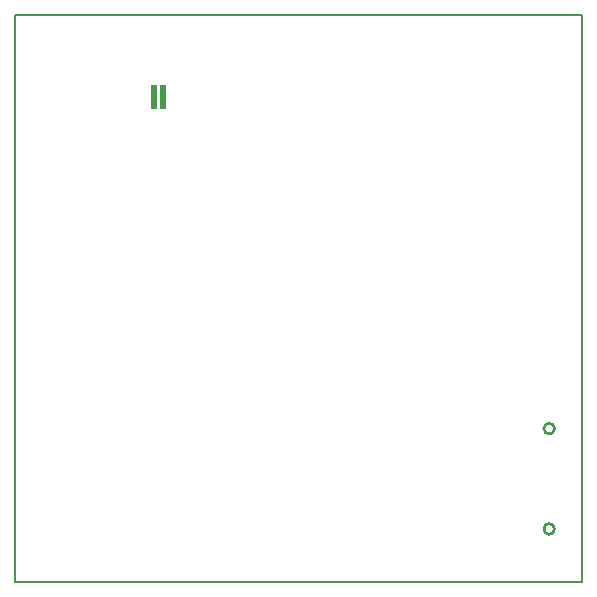
<source format=gbp>
%FSLAX25Y25*%
%MOIN*%
G70*
G01*
G75*
G04 Layer_Color=128*
%ADD10C,0.01500*%
%ADD11C,0.00800*%
%ADD12C,0.01000*%
%ADD13R,0.07874X0.07874*%
%ADD14O,0.01969X0.03543*%
%ADD15R,0.01969X0.03543*%
%ADD16O,0.01969X0.03543*%
%ADD17R,0.03937X0.05118*%
%ADD18R,0.02362X0.02362*%
%ADD19R,0.02756X0.03347*%
%ADD20R,0.02362X0.02362*%
%ADD21R,0.03347X0.02756*%
%ADD22R,0.07874X0.07874*%
%ADD23R,0.01181X0.01378*%
%ADD24R,0.00984X0.01378*%
%ADD25R,0.01181X0.01181*%
%ADD26R,0.03937X0.03150*%
%ADD27R,0.07874X0.06000*%
%ADD28R,0.07000X0.03150*%
%ADD29R,0.08268X0.02756*%
%ADD30R,0.04843X0.02559*%
%ADD31R,0.03347X0.01575*%
%ADD32R,0.11811X0.08661*%
%ADD33R,0.05906X0.03937*%
%ADD34R,0.03937X0.02362*%
%ADD35O,0.04724X0.00984*%
%ADD36O,0.00984X0.04724*%
%ADD37O,0.01772X0.04724*%
%ADD38O,0.04724X0.01772*%
%ADD39R,0.01772X0.04724*%
%ADD40R,0.06693X0.07874*%
%ADD41R,0.15748X0.09843*%
%ADD42R,0.07087X0.08661*%
%ADD43O,0.05906X0.09843*%
%ADD44R,0.05315X0.02559*%
%ADD45R,0.02362X0.03937*%
%ADD46R,0.02362X0.05906*%
%ADD47R,0.09843X0.01969*%
%ADD48R,0.03150X0.03937*%
%ADD49R,0.11811X0.09843*%
%ADD50O,0.02362X0.07087*%
%ADD51O,0.07087X0.02362*%
%ADD52C,0.02000*%
%ADD53C,0.03000*%
%ADD54C,0.04000*%
%ADD55C,0.00500*%
%ADD56C,0.00600*%
%ADD57R,0.13900X0.08300*%
%ADD58R,0.12600X0.12100*%
%ADD59R,0.08000X0.21700*%
%ADD60R,0.12900X0.12000*%
%ADD61R,0.20000X0.24300*%
%ADD62R,0.17900X0.23800*%
%ADD63R,0.03543X0.03937*%
%ADD64C,0.02000*%
%ADD65C,0.03000*%
%ADD66C,0.04000*%
%ADD67R,0.01969X0.07874*%
%ADD68R,0.08800X0.12000*%
%ADD69R,0.11500X0.17000*%
%ADD70R,0.03600X0.47300*%
%ADD71R,0.10500X0.02800*%
%ADD72R,0.03700X0.17600*%
%ADD73R,0.06000X0.01400*%
%ADD74R,0.10800X0.14700*%
%ADD75R,0.11600X0.20800*%
%ADD76R,0.12800X0.23400*%
%ADD77C,0.00300*%
%ADD78C,0.00493*%
%ADD79C,0.00787*%
%ADD80C,0.00400*%
%ADD81C,0.00591*%
%ADD82C,0.00700*%
%ADD83R,0.11811X0.01575*%
%ADD84R,0.02756X0.04724*%
%ADD85R,0.03543X0.01968*%
%ADD86C,0.01575*%
%ADD87R,0.08674X0.08674*%
%ADD88O,0.02769X0.04343*%
%ADD89R,0.02769X0.04343*%
%ADD90O,0.02769X0.04343*%
%ADD91R,0.04737X0.05918*%
%ADD92R,0.03162X0.03162*%
%ADD93R,0.03556X0.04147*%
%ADD94R,0.03162X0.03162*%
%ADD95R,0.04147X0.03556*%
%ADD96R,0.08674X0.08674*%
%ADD97R,0.01981X0.02178*%
%ADD98R,0.01784X0.02178*%
%ADD99R,0.01981X0.01981*%
%ADD100R,0.04737X0.03950*%
%ADD101R,0.08674X0.06800*%
%ADD102R,0.07800X0.03950*%
%ADD103R,0.09068X0.03556*%
%ADD104R,0.05643X0.03359*%
%ADD105R,0.04147X0.02375*%
%ADD106R,0.12611X0.09461*%
%ADD107R,0.06706X0.04737*%
%ADD108R,0.04737X0.03162*%
%ADD109O,0.05524X0.01784*%
%ADD110O,0.01784X0.05524*%
%ADD111O,0.02572X0.05524*%
%ADD112O,0.05524X0.02572*%
%ADD113R,0.02572X0.05524*%
%ADD114R,0.07493X0.08674*%
%ADD115R,0.16548X0.10642*%
%ADD116R,0.07887X0.09461*%
%ADD117O,0.06706X0.10642*%
%ADD118R,0.06115X0.03359*%
%ADD119R,0.03162X0.04737*%
%ADD120R,0.03162X0.06706*%
%ADD121R,0.10642X0.02769*%
%ADD122R,0.03950X0.04737*%
%ADD123R,0.12611X0.10642*%
%ADD124O,0.03162X0.07887*%
%ADD125O,0.07887X0.03162*%
%ADD126R,0.04343X0.04737*%
%ADD127R,0.16200X0.23300*%
%ADD128R,0.14400X0.23500*%
%ADD129R,0.02769X0.08674*%
D12*
X179853Y17691D02*
G03*
X179853Y17691I-1772J0D01*
G01*
Y51155D02*
G03*
X179853Y51155I-1772J0D01*
G01*
D55*
X0Y0D02*
Y188976D01*
Y0D02*
X188976D01*
Y188976D01*
X0D02*
X188976D01*
D67*
X49200Y161600D02*
D03*
X46247D02*
D03*
M02*

</source>
